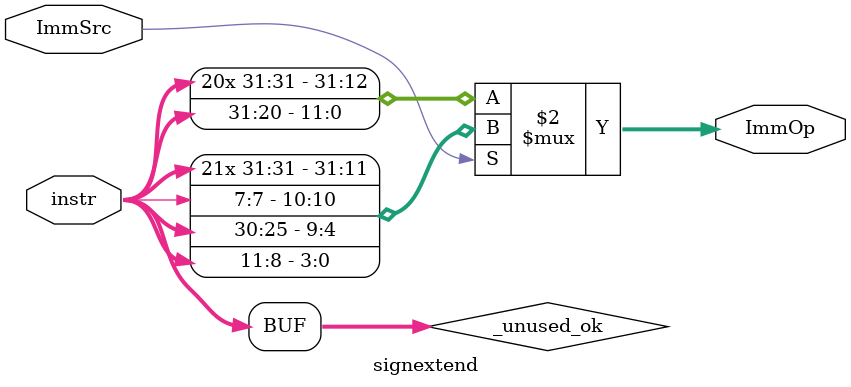
<source format=sv>
module signextend(
  input logic [31:0] instr,
  input logic ImmSrc,
  output reg [31:0] ImmOp
);

  logic [31:0] _unused_ok = instr[31:0];


  always ImmOp = ImmSrc ? {{21{instr[31]}},{instr[7]},{instr[30:25]},{instr[11:8]}} : {{20{instr[31]}},{instr[31:20]}};  //0 - branch, 1 addi

endmodule

</source>
